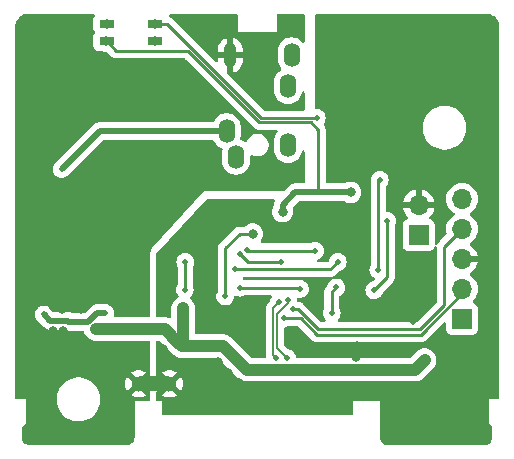
<source format=gbl>
G04 #@! TF.GenerationSoftware,KiCad,Pcbnew,8.0.1*
G04 #@! TF.CreationDate,2024-04-27T09:51:46+09:30*
G04 #@! TF.ProjectId,hawk,6861776b-2e6b-4696-9361-645f70636258,1*
G04 #@! TF.SameCoordinates,Original*
G04 #@! TF.FileFunction,Copper,L2,Bot*
G04 #@! TF.FilePolarity,Positive*
%FSLAX46Y46*%
G04 Gerber Fmt 4.6, Leading zero omitted, Abs format (unit mm)*
G04 Created by KiCad (PCBNEW 8.0.1) date 2024-04-27 09:51:46*
%MOMM*%
%LPD*%
G01*
G04 APERTURE LIST*
G04 #@! TA.AperFunction,EtchedComponent*
%ADD10C,0.000000*%
G04 #@! TD*
G04 #@! TA.AperFunction,ComponentPad*
%ADD11C,1.300000*%
G04 #@! TD*
G04 #@! TA.AperFunction,ComponentPad*
%ADD12R,1.700000X1.700000*%
G04 #@! TD*
G04 #@! TA.AperFunction,ComponentPad*
%ADD13O,1.700000X1.700000*%
G04 #@! TD*
G04 #@! TA.AperFunction,SMDPad,CuDef*
%ADD14R,1.244600X0.660400*%
G04 #@! TD*
G04 #@! TA.AperFunction,ComponentPad*
%ADD15O,1.371600X2.006600*%
G04 #@! TD*
G04 #@! TA.AperFunction,ComponentPad*
%ADD16O,1.100000X2.000000*%
G04 #@! TD*
G04 #@! TA.AperFunction,ViaPad*
%ADD17C,0.800000*%
G04 #@! TD*
G04 #@! TA.AperFunction,ViaPad*
%ADD18C,0.500000*%
G04 #@! TD*
G04 #@! TA.AperFunction,Conductor*
%ADD19C,1.000000*%
G04 #@! TD*
G04 #@! TA.AperFunction,Conductor*
%ADD20C,0.250000*%
G04 #@! TD*
G04 #@! TA.AperFunction,Conductor*
%ADD21C,0.200000*%
G04 #@! TD*
G04 #@! TA.AperFunction,Conductor*
%ADD22C,0.500000*%
G04 #@! TD*
G04 APERTURE END LIST*
D10*
G04 #@! TA.AperFunction,EtchedComponent*
G36*
X141203200Y-113832400D02*
G01*
X138603200Y-113832400D01*
X138603200Y-112532400D01*
X141203200Y-112532400D01*
X141203200Y-113832400D01*
G37*
G04 #@! TD.AperFunction*
D11*
X141203200Y-113182400D03*
X138603200Y-113182400D03*
D12*
X162306000Y-100589000D03*
D13*
X162306000Y-98049000D03*
D14*
X135890000Y-84179001D03*
X139954000Y-84179001D03*
X135890000Y-82698999D03*
X139954000Y-82698999D03*
D12*
X165989000Y-107696000D03*
D13*
X165989000Y-105156000D03*
X165989000Y-102616000D03*
X165989000Y-100076000D03*
X165989000Y-97536000D03*
D15*
X151543299Y-85365251D03*
D16*
X146343299Y-85365251D03*
D15*
X151243300Y-87986900D03*
X146043300Y-91786900D03*
X146843301Y-93986901D03*
X151243300Y-92986900D03*
D17*
X146179500Y-112265500D03*
X152501600Y-98610000D03*
X145290500Y-112265500D03*
X154686000Y-98679000D03*
X157099000Y-109982000D03*
X162712400Y-102920800D03*
X147068500Y-114932500D03*
X156617500Y-98610000D03*
X145290500Y-113154500D03*
X145290500Y-114043500D03*
X140659100Y-110273500D03*
X146179500Y-113154500D03*
X157022800Y-110888157D03*
X146179500Y-114932500D03*
X146179500Y-114043500D03*
X140587201Y-106934000D03*
X145290500Y-114932500D03*
X148252500Y-98776000D03*
X147068500Y-113154500D03*
X152527000Y-113538000D03*
X147068500Y-114043500D03*
D18*
X161290000Y-105791000D03*
D17*
X145290500Y-111376500D03*
D18*
X161848800Y-107950000D03*
D17*
X144121000Y-106804500D03*
X142369500Y-106804500D03*
X162798800Y-111181300D03*
X134969700Y-108542500D03*
X136620700Y-108542500D03*
D18*
X159639000Y-99364800D03*
X158546800Y-105257600D03*
X150926800Y-107629500D03*
X150266400Y-110998000D03*
X150489833Y-106280000D03*
X142494000Y-105206800D03*
X142544800Y-102870000D03*
X153553132Y-101927040D03*
X147777291Y-101843086D03*
X147162051Y-102215149D03*
X150622000Y-102901000D03*
X155448000Y-102870000D03*
X146736800Y-103506000D03*
X147167600Y-105054400D03*
X152247600Y-105156000D03*
X158893750Y-103516750D03*
X159006500Y-95910400D03*
D17*
X129545000Y-108707000D03*
X132082500Y-101557500D03*
X130434000Y-108707000D03*
X133731000Y-98070500D03*
X136620700Y-110267500D03*
X132222000Y-109728000D03*
X138178500Y-104772500D03*
X133699700Y-106878500D03*
X137162500Y-104772500D03*
X132212000Y-110739000D03*
X131323000Y-110739000D03*
X140154700Y-98070500D03*
X132082500Y-106878500D03*
X138178500Y-103756500D03*
X137162500Y-103756500D03*
X131323000Y-108707000D03*
X130434000Y-110739000D03*
X131333000Y-109728000D03*
X135382000Y-98070500D03*
X130444000Y-109728000D03*
X129545000Y-110739000D03*
X134969700Y-110267500D03*
X129555000Y-109728000D03*
X132212000Y-108707000D03*
X133699700Y-101557500D03*
D18*
X151231600Y-106121200D03*
X151179060Y-111007657D03*
D17*
X140004800Y-82702400D03*
D18*
X155321000Y-105029000D03*
X154940000Y-107188000D03*
X153670000Y-90678000D03*
X151638000Y-106885000D03*
X132080000Y-94996000D03*
D17*
X148252500Y-100501000D03*
D18*
X145923000Y-105791000D03*
D17*
X150776600Y-98610000D03*
X135839200Y-84175600D03*
X156548000Y-96977200D03*
D18*
X130556000Y-107315000D03*
X135763000Y-107188000D03*
D17*
X135890000Y-82702400D03*
X140004800Y-84175600D03*
D19*
X140805500Y-108542500D02*
X141961500Y-109698500D01*
X162798800Y-111181300D02*
X161992443Y-111987657D01*
X142369500Y-106804500D02*
X142369500Y-109290500D01*
X161992443Y-111987657D02*
X147735947Y-111987657D01*
X145727790Y-109979500D02*
X142242500Y-109979500D01*
X134969700Y-108542500D02*
X140805500Y-108542500D01*
X142369500Y-109290500D02*
X141961500Y-109698500D01*
X142242500Y-109979500D02*
X141961500Y-109698500D01*
X147735947Y-111987657D02*
X145727790Y-109979500D01*
D20*
X159639000Y-104165400D02*
X159639000Y-99364800D01*
X159639000Y-104165400D02*
X158546800Y-105257600D01*
X153693400Y-109016800D02*
X162509200Y-109016800D01*
X150926800Y-107629500D02*
X152306100Y-107629500D01*
X152306100Y-107629500D02*
X153693400Y-109016800D01*
X162509200Y-109016800D02*
X165989000Y-105537000D01*
D21*
X150012400Y-110744000D02*
X150012400Y-106757433D01*
X150266400Y-110998000D02*
X150012400Y-110744000D01*
X150012400Y-106757433D02*
X150489833Y-106280000D01*
D20*
X142494000Y-105206800D02*
X142544800Y-105156000D01*
X142544800Y-105156000D02*
X142544800Y-102870000D01*
X147839005Y-101904800D02*
X153530892Y-101904800D01*
X147777291Y-101843086D02*
X147839005Y-101904800D01*
X153530892Y-101904800D02*
X153553132Y-101927040D01*
X147847902Y-102901000D02*
X150622000Y-102901000D01*
X147162051Y-102215149D02*
X147847902Y-102901000D01*
X146736800Y-103506000D02*
X154812000Y-103506000D01*
X154812000Y-103506000D02*
X155448000Y-102870000D01*
X152247600Y-105156000D02*
X152146000Y-105054400D01*
X152146000Y-105054400D02*
X147167600Y-105054400D01*
X158893750Y-96023150D02*
X159006500Y-95910400D01*
X158893750Y-103516750D02*
X158893750Y-96023150D01*
D21*
X151231600Y-106121200D02*
X151231600Y-106358477D01*
X151231600Y-106358477D02*
X150339400Y-107250677D01*
X150339400Y-107250677D02*
X150339400Y-110167997D01*
X150339400Y-110167997D02*
X151179060Y-111007657D01*
D20*
X140991999Y-82698999D02*
X139954000Y-82698999D01*
X153670000Y-90678000D02*
X148971000Y-90678000D01*
X154940000Y-107188000D02*
X154940000Y-105410000D01*
D22*
X139954000Y-82698999D02*
X139954000Y-82677000D01*
D20*
X154940000Y-105410000D02*
X155321000Y-105029000D01*
X148971000Y-90678000D02*
X140991999Y-82698999D01*
X164490400Y-101574600D02*
X165989000Y-100076000D01*
X156620136Y-108555000D02*
X162437842Y-108555000D01*
X153747958Y-108538200D02*
X156603336Y-108538200D01*
X151638000Y-106885000D02*
X152094758Y-106885000D01*
X162437842Y-108555000D02*
X164490400Y-106502442D01*
X156603336Y-108538200D02*
X156620136Y-108555000D01*
X164490400Y-106502442D02*
X164490400Y-101574600D01*
X152094758Y-106885000D02*
X153747958Y-108538200D01*
D22*
X135289100Y-91786900D02*
X146043300Y-91786900D01*
X132080000Y-94996000D02*
X135289100Y-91786900D01*
D20*
X142748242Y-84988400D02*
X148818842Y-91059000D01*
D22*
X153797000Y-96959000D02*
X151860500Y-96959000D01*
D20*
X136699399Y-84988400D02*
X142748242Y-84988400D01*
D22*
X156583200Y-96959000D02*
X153797000Y-96959000D01*
D20*
X135890000Y-84179001D02*
X136699399Y-84988400D01*
X148818842Y-91059000D02*
X153162000Y-91059000D01*
X153162000Y-91059000D02*
X153797000Y-91694000D01*
X145923000Y-105791000D02*
X145923000Y-101727000D01*
X153797000Y-91694000D02*
X153797000Y-96959000D01*
D22*
X150778000Y-98041500D02*
X150778000Y-98608600D01*
D20*
X145923000Y-101727000D02*
X147149000Y-100501000D01*
D22*
X151860500Y-96959000D02*
X150778000Y-98041500D01*
D20*
X148209000Y-100457000D02*
X148252500Y-100501000D01*
X147149000Y-100501000D02*
X148252500Y-100501000D01*
D22*
X150778000Y-98608600D02*
X150776600Y-98610000D01*
X131098000Y-107857000D02*
X130556000Y-107315000D01*
X132564082Y-107857000D02*
X131098000Y-107857000D01*
X132657082Y-107950000D02*
X132564082Y-107857000D01*
X135763000Y-107188000D02*
X135083935Y-107188000D01*
X135083935Y-107188000D02*
X134321935Y-107950000D01*
X134321935Y-107950000D02*
X132657082Y-107950000D01*
X135890000Y-82677000D02*
X135890000Y-82698999D01*
G04 #@! TA.AperFunction,Conductor*
G36*
X134830347Y-81896185D02*
G01*
X134876102Y-81948989D01*
X134886046Y-82018147D01*
X134862574Y-82074812D01*
X134823904Y-82126467D01*
X134823902Y-82126470D01*
X134773610Y-82261312D01*
X134773609Y-82261316D01*
X134767200Y-82320926D01*
X134767200Y-82320933D01*
X134767200Y-82320934D01*
X134767200Y-83077069D01*
X134767201Y-83077075D01*
X134773608Y-83136682D01*
X134823902Y-83271527D01*
X134823903Y-83271529D01*
X134893643Y-83364689D01*
X134918060Y-83430153D01*
X134903209Y-83498426D01*
X134893643Y-83513311D01*
X134823903Y-83606470D01*
X134823902Y-83606472D01*
X134773610Y-83741314D01*
X134773609Y-83741318D01*
X134767200Y-83800928D01*
X134767200Y-83800935D01*
X134767200Y-83800936D01*
X134767200Y-84557071D01*
X134767201Y-84557077D01*
X134773608Y-84616684D01*
X134823902Y-84751529D01*
X134823906Y-84751536D01*
X134910152Y-84866745D01*
X134910155Y-84866748D01*
X135025364Y-84952994D01*
X135025371Y-84952998D01*
X135070318Y-84969762D01*
X135160217Y-85003292D01*
X135219827Y-85009701D01*
X135472298Y-85009700D01*
X135522735Y-85020421D01*
X135559394Y-85036743D01*
X135559396Y-85036744D01*
X135651975Y-85056422D01*
X135744554Y-85076100D01*
X135851147Y-85076100D01*
X135918186Y-85095785D01*
X135938828Y-85112419D01*
X136210415Y-85384006D01*
X136210444Y-85384037D01*
X136300663Y-85474256D01*
X136300666Y-85474258D01*
X136351889Y-85508484D01*
X136403113Y-85542712D01*
X136483606Y-85576052D01*
X136516947Y-85589863D01*
X136577370Y-85601881D01*
X136637792Y-85613900D01*
X136637793Y-85613900D01*
X142437790Y-85613900D01*
X142504829Y-85633585D01*
X142525471Y-85650219D01*
X148329858Y-91454606D01*
X148329887Y-91454637D01*
X148420105Y-91544855D01*
X148420113Y-91544861D01*
X148484902Y-91588152D01*
X148484903Y-91588152D01*
X148522557Y-91613312D01*
X148589238Y-91640931D01*
X148589240Y-91640933D01*
X148629482Y-91657601D01*
X148636390Y-91660463D01*
X148696813Y-91672481D01*
X148757235Y-91684500D01*
X148757236Y-91684500D01*
X150251157Y-91684500D01*
X150318196Y-91704185D01*
X150363951Y-91756989D01*
X150373895Y-91826147D01*
X150344870Y-91889703D01*
X150338838Y-91896181D01*
X150338443Y-91896575D01*
X150338442Y-91896576D01*
X150228685Y-92047642D01*
X150143914Y-92214016D01*
X150143913Y-92214018D01*
X150143913Y-92214019D01*
X150132596Y-92248848D01*
X150086210Y-92391610D01*
X150060206Y-92555797D01*
X150057000Y-92576036D01*
X150057000Y-93397764D01*
X150086211Y-93582193D01*
X150143913Y-93759781D01*
X150228685Y-93926157D01*
X150338441Y-94077222D01*
X150470478Y-94209259D01*
X150621543Y-94319015D01*
X150787919Y-94403787D01*
X150965507Y-94461489D01*
X151149936Y-94490700D01*
X151149937Y-94490700D01*
X151336663Y-94490700D01*
X151336664Y-94490700D01*
X151521093Y-94461489D01*
X151698681Y-94403787D01*
X151865057Y-94319015D01*
X152016122Y-94209259D01*
X152148159Y-94077222D01*
X152257915Y-93926157D01*
X152342687Y-93759781D01*
X152400389Y-93582193D01*
X152410027Y-93521342D01*
X152439956Y-93458207D01*
X152499268Y-93421276D01*
X152569130Y-93422274D01*
X152627363Y-93460884D01*
X152655477Y-93524847D01*
X152656500Y-93540740D01*
X152656500Y-96084500D01*
X152636815Y-96151539D01*
X152584011Y-96197294D01*
X152532500Y-96208500D01*
X151786580Y-96208500D01*
X151641592Y-96237340D01*
X151641582Y-96237343D01*
X151505011Y-96293912D01*
X151504998Y-96293919D01*
X151382084Y-96376048D01*
X151382080Y-96376051D01*
X150895951Y-96862181D01*
X150834628Y-96895666D01*
X150808270Y-96898500D01*
X148846500Y-96898500D01*
X144145000Y-96901000D01*
X144144999Y-96901000D01*
X139702500Y-101726999D01*
X139702500Y-101742797D01*
X139682815Y-101809836D01*
X139679603Y-101814590D01*
X139677933Y-101816941D01*
X139618163Y-101947815D01*
X139598476Y-102014860D01*
X139578000Y-102157279D01*
X139578000Y-107418000D01*
X139558315Y-107485039D01*
X139505511Y-107530794D01*
X139454000Y-107542000D01*
X136609010Y-107542000D01*
X136541971Y-107522315D01*
X136496216Y-107469511D01*
X136486272Y-107400353D01*
X136491968Y-107377047D01*
X136499313Y-107356059D01*
X136504659Y-107308599D01*
X136506259Y-107298317D01*
X136513500Y-107261918D01*
X136513500Y-107237108D01*
X136514280Y-107223223D01*
X136516368Y-107204698D01*
X136518249Y-107188000D01*
X136514280Y-107152774D01*
X136513500Y-107138890D01*
X136513500Y-107114081D01*
X136506261Y-107077692D01*
X136504659Y-107067398D01*
X136499313Y-107019941D01*
X136499312Y-107019938D01*
X136491671Y-106998101D01*
X136487094Y-106981332D01*
X136484660Y-106969095D01*
X136484658Y-106969087D01*
X136465766Y-106923477D01*
X136463285Y-106916979D01*
X136460232Y-106908253D01*
X136443456Y-106860310D01*
X136437708Y-106851162D01*
X136428143Y-106832648D01*
X136428084Y-106832505D01*
X136393834Y-106781247D01*
X136391949Y-106778338D01*
X136358134Y-106724522D01*
X136353477Y-106717110D01*
X136233890Y-106597523D01*
X136233889Y-106597522D01*
X136181335Y-106564500D01*
X136172669Y-106559054D01*
X136169760Y-106557169D01*
X136118495Y-106522916D01*
X136118488Y-106522912D01*
X136118340Y-106522851D01*
X136099844Y-106513295D01*
X136090694Y-106507546D01*
X136090691Y-106507544D01*
X136090690Y-106507544D01*
X136034003Y-106487708D01*
X136027532Y-106485238D01*
X135981913Y-106466342D01*
X135981911Y-106466341D01*
X135981910Y-106466341D01*
X135975799Y-106465125D01*
X135969659Y-106463904D01*
X135952902Y-106459330D01*
X135931059Y-106451687D01*
X135931060Y-106451687D01*
X135899794Y-106448163D01*
X135883614Y-106446340D01*
X135873312Y-106444739D01*
X135857028Y-106441500D01*
X135836918Y-106437500D01*
X135836917Y-106437500D01*
X135812110Y-106437500D01*
X135798226Y-106436720D01*
X135763002Y-106432751D01*
X135762998Y-106432751D01*
X135727774Y-106436720D01*
X135713890Y-106437500D01*
X135010017Y-106437500D01*
X134989908Y-106441500D01*
X134989907Y-106441500D01*
X134865030Y-106466338D01*
X134865030Y-106466339D01*
X134865027Y-106466340D01*
X134865023Y-106466341D01*
X134785015Y-106499481D01*
X134785013Y-106499481D01*
X134728441Y-106522915D01*
X134693520Y-106546249D01*
X134605517Y-106605049D01*
X134605516Y-106605050D01*
X134047386Y-107163181D01*
X133986063Y-107196666D01*
X133959705Y-107199500D01*
X132962552Y-107199500D01*
X132915100Y-107190061D01*
X132782999Y-107135343D01*
X132782989Y-107135340D01*
X132638002Y-107106500D01*
X132638000Y-107106500D01*
X131460230Y-107106500D01*
X131393191Y-107086815D01*
X131372549Y-107070181D01*
X131031320Y-106728951D01*
X131031289Y-106728922D01*
X131026888Y-106724521D01*
X130965668Y-106686054D01*
X130962751Y-106684164D01*
X130911491Y-106649913D01*
X130911342Y-106649852D01*
X130892841Y-106640293D01*
X130883691Y-106634544D01*
X130827013Y-106614712D01*
X130820514Y-106612231D01*
X130774915Y-106593343D01*
X130774907Y-106593340D01*
X130762652Y-106590902D01*
X130745902Y-106586330D01*
X130724059Y-106578687D01*
X130724057Y-106578686D01*
X130724055Y-106578686D01*
X130724053Y-106578685D01*
X130676610Y-106573340D01*
X130666303Y-106571737D01*
X130629920Y-106564500D01*
X130629917Y-106564500D01*
X130605110Y-106564500D01*
X130591226Y-106563720D01*
X130556002Y-106559751D01*
X130555998Y-106559751D01*
X130520774Y-106563720D01*
X130506890Y-106564500D01*
X130482079Y-106564500D01*
X130445698Y-106571737D01*
X130435391Y-106573340D01*
X130387946Y-106578685D01*
X130387935Y-106578688D01*
X130366084Y-106586333D01*
X130349336Y-106590905D01*
X130337087Y-106593342D01*
X130337086Y-106593342D01*
X130291478Y-106612233D01*
X130284984Y-106614712D01*
X130228309Y-106634543D01*
X130219154Y-106640296D01*
X130200651Y-106649856D01*
X130200508Y-106649914D01*
X130200503Y-106649917D01*
X130149253Y-106684160D01*
X130146339Y-106686049D01*
X130085111Y-106724522D01*
X130085110Y-106724523D01*
X130077587Y-106732045D01*
X130077586Y-106732045D01*
X129973045Y-106836586D01*
X129973045Y-106836587D01*
X129967326Y-106842307D01*
X129965522Y-106844111D01*
X129927049Y-106905339D01*
X129925160Y-106908253D01*
X129890917Y-106959503D01*
X129890914Y-106959508D01*
X129890856Y-106959651D01*
X129881296Y-106978154D01*
X129875543Y-106987309D01*
X129855712Y-107043984D01*
X129853233Y-107050478D01*
X129834342Y-107096086D01*
X129834342Y-107096087D01*
X129831905Y-107108336D01*
X129827333Y-107125084D01*
X129819688Y-107146935D01*
X129819685Y-107146946D01*
X129814340Y-107194391D01*
X129812737Y-107204698D01*
X129805500Y-107241079D01*
X129805500Y-107265890D01*
X129804720Y-107279774D01*
X129800751Y-107314997D01*
X129800751Y-107315000D01*
X129804720Y-107350223D01*
X129805500Y-107364108D01*
X129805500Y-107388921D01*
X129812737Y-107425303D01*
X129814340Y-107435610D01*
X129819685Y-107483053D01*
X129819686Y-107483055D01*
X129827330Y-107504902D01*
X129831902Y-107521652D01*
X129834340Y-107533907D01*
X129834343Y-107533915D01*
X129853231Y-107579514D01*
X129855712Y-107586013D01*
X129875544Y-107642691D01*
X129881293Y-107651841D01*
X129890852Y-107670342D01*
X129890913Y-107670491D01*
X129925164Y-107721751D01*
X129927054Y-107724668D01*
X129965521Y-107785888D01*
X129969922Y-107790289D01*
X129969951Y-107790320D01*
X130619584Y-108439952D01*
X130619586Y-108439954D01*
X130649058Y-108459645D01*
X130693268Y-108489184D01*
X130693270Y-108489187D01*
X130693271Y-108489187D01*
X130742499Y-108522081D01*
X130742501Y-108522082D01*
X130742503Y-108522083D01*
X130742505Y-108522084D01*
X130768741Y-108532951D01*
X130768742Y-108532952D01*
X130768743Y-108532952D01*
X130879088Y-108578659D01*
X130995241Y-108601763D01*
X131014468Y-108605587D01*
X131024081Y-108607500D01*
X131024082Y-108607500D01*
X131024083Y-108607500D01*
X131171918Y-108607500D01*
X132258612Y-108607500D01*
X132306064Y-108616939D01*
X132438164Y-108671656D01*
X132438169Y-108671658D01*
X132438173Y-108671658D01*
X132438174Y-108671659D01*
X132583161Y-108700500D01*
X132583164Y-108700500D01*
X132583165Y-108700500D01*
X132731000Y-108700500D01*
X133879263Y-108700500D01*
X133946302Y-108720185D01*
X133992057Y-108772989D01*
X134000880Y-108800308D01*
X134007647Y-108834329D01*
X134007650Y-108834339D01*
X134083064Y-109016407D01*
X134083071Y-109016420D01*
X134192560Y-109180281D01*
X134192563Y-109180285D01*
X134331914Y-109319636D01*
X134331918Y-109319639D01*
X134495779Y-109429128D01*
X134495792Y-109429135D01*
X134677860Y-109504549D01*
X134677865Y-109504551D01*
X134677869Y-109504551D01*
X134677870Y-109504552D01*
X134871156Y-109543000D01*
X134871159Y-109543000D01*
X139454000Y-109543000D01*
X139521039Y-109562685D01*
X139566794Y-109615489D01*
X139578000Y-109667000D01*
X139578000Y-112440054D01*
X139583013Y-112480142D01*
X139583935Y-112487509D01*
X139572721Y-112556473D01*
X139548574Y-112590577D01*
X139003200Y-113135951D01*
X139003200Y-113129739D01*
X138975941Y-113028006D01*
X138923280Y-112936794D01*
X138848806Y-112862320D01*
X138757594Y-112809659D01*
X138655861Y-112782400D01*
X138649648Y-112782400D01*
X139220207Y-112211839D01*
X139117993Y-112148551D01*
X139117989Y-112148549D01*
X138919263Y-112071563D01*
X138919258Y-112071562D01*
X138709761Y-112032400D01*
X138496639Y-112032400D01*
X138287141Y-112071562D01*
X138287136Y-112071563D01*
X138088410Y-112148549D01*
X138088401Y-112148554D01*
X137986192Y-112211838D01*
X137986191Y-112211839D01*
X138556753Y-112782400D01*
X138550539Y-112782400D01*
X138448806Y-112809659D01*
X138357594Y-112862320D01*
X138283120Y-112936794D01*
X138230459Y-113028006D01*
X138203200Y-113129739D01*
X138203200Y-113135952D01*
X137630036Y-112562788D01*
X137621259Y-112574410D01*
X137526266Y-112765183D01*
X137526258Y-112765203D01*
X137467938Y-112970180D01*
X137467937Y-112970183D01*
X137448273Y-113182399D01*
X137448273Y-113182400D01*
X137467937Y-113394616D01*
X137467938Y-113394619D01*
X137526258Y-113599596D01*
X137526264Y-113599611D01*
X137621261Y-113790391D01*
X137621264Y-113790396D01*
X137630036Y-113802010D01*
X138203200Y-113228846D01*
X138203200Y-113235061D01*
X138230459Y-113336794D01*
X138283120Y-113428006D01*
X138357594Y-113502480D01*
X138448806Y-113555141D01*
X138550539Y-113582400D01*
X138556753Y-113582400D01*
X137986191Y-114152959D01*
X138088404Y-114216247D01*
X138088408Y-114216249D01*
X138287136Y-114293236D01*
X138287141Y-114293237D01*
X138496639Y-114332400D01*
X138709761Y-114332400D01*
X138919258Y-114293237D01*
X138919263Y-114293236D01*
X139117991Y-114216249D01*
X139117998Y-114216246D01*
X139220206Y-114152960D01*
X139220206Y-114152959D01*
X138649648Y-113582400D01*
X138655861Y-113582400D01*
X138757594Y-113555141D01*
X138848806Y-113502480D01*
X138923280Y-113428006D01*
X138975941Y-113336794D01*
X139003200Y-113235061D01*
X139003200Y-113228847D01*
X139549332Y-113774979D01*
X139582817Y-113836302D01*
X139584389Y-113880306D01*
X139578000Y-113924743D01*
X139578000Y-114502500D01*
X139558315Y-114569539D01*
X139505511Y-114615294D01*
X139454000Y-114626500D01*
X138258000Y-114626500D01*
X138245547Y-117739534D01*
X138243163Y-117763239D01*
X138202715Y-117966500D01*
X138184188Y-118011211D01*
X138076092Y-118172916D01*
X138041916Y-118207092D01*
X137880211Y-118315188D01*
X137835500Y-118333715D01*
X137632485Y-118374115D01*
X137608284Y-118376500D01*
X129266327Y-118376500D01*
X129234228Y-118372273D01*
X129032090Y-118318100D01*
X128976508Y-118286008D01*
X128840491Y-118149991D01*
X128808400Y-118094410D01*
X128754227Y-117892272D01*
X128750000Y-117860173D01*
X128750000Y-116838521D01*
X128769685Y-116771482D01*
X128783875Y-116753353D01*
X129045500Y-116476500D01*
X129045500Y-114621288D01*
X131649500Y-114621288D01*
X131681161Y-114861785D01*
X131743947Y-115096104D01*
X131758816Y-115132000D01*
X131836776Y-115320212D01*
X131958064Y-115530289D01*
X131958066Y-115530292D01*
X131958067Y-115530293D01*
X132105733Y-115722736D01*
X132105739Y-115722743D01*
X132277256Y-115894260D01*
X132277262Y-115894265D01*
X132469711Y-116041936D01*
X132679788Y-116163224D01*
X132903900Y-116256054D01*
X133138211Y-116318838D01*
X133318586Y-116342584D01*
X133378711Y-116350500D01*
X133378712Y-116350500D01*
X133621289Y-116350500D01*
X133669388Y-116344167D01*
X133861789Y-116318838D01*
X134096100Y-116256054D01*
X134320212Y-116163224D01*
X134530289Y-116041936D01*
X134722738Y-115894265D01*
X134894265Y-115722738D01*
X135041936Y-115530289D01*
X135163224Y-115320212D01*
X135256054Y-115096100D01*
X135318838Y-114861789D01*
X135350500Y-114621288D01*
X135350500Y-114378712D01*
X135318838Y-114138211D01*
X135256054Y-113903900D01*
X135163224Y-113679788D01*
X135041936Y-113469711D01*
X134945037Y-113343430D01*
X134894266Y-113277263D01*
X134894260Y-113277256D01*
X134722743Y-113105739D01*
X134722736Y-113105733D01*
X134530293Y-112958067D01*
X134530292Y-112958066D01*
X134530289Y-112958064D01*
X134320212Y-112836776D01*
X134254746Y-112809659D01*
X134096104Y-112743947D01*
X133861785Y-112681161D01*
X133621289Y-112649500D01*
X133621288Y-112649500D01*
X133378712Y-112649500D01*
X133378711Y-112649500D01*
X133138214Y-112681161D01*
X132903895Y-112743947D01*
X132679794Y-112836773D01*
X132679785Y-112836777D01*
X132469706Y-112958067D01*
X132277263Y-113105733D01*
X132277256Y-113105739D01*
X132105739Y-113277256D01*
X132105733Y-113277263D01*
X131958067Y-113469706D01*
X131836777Y-113679785D01*
X131836773Y-113679794D01*
X131743947Y-113903895D01*
X131681161Y-114138214D01*
X131649500Y-114378711D01*
X131649500Y-114621288D01*
X129045500Y-114621288D01*
X129045500Y-114476500D01*
X128269500Y-114476500D01*
X128202461Y-114456815D01*
X128156706Y-114404011D01*
X128145500Y-114352500D01*
X128145500Y-94996000D01*
X131324751Y-94996000D01*
X131328720Y-95031223D01*
X131329500Y-95045108D01*
X131329500Y-95069921D01*
X131336737Y-95106303D01*
X131338340Y-95116610D01*
X131343685Y-95164053D01*
X131343686Y-95164055D01*
X131351330Y-95185902D01*
X131355902Y-95202652D01*
X131358340Y-95214907D01*
X131358343Y-95214915D01*
X131377231Y-95260514D01*
X131379712Y-95267013D01*
X131399544Y-95323691D01*
X131405293Y-95332841D01*
X131414852Y-95351342D01*
X131414913Y-95351491D01*
X131449164Y-95402751D01*
X131451054Y-95405668D01*
X131489521Y-95466888D01*
X131493922Y-95471289D01*
X131493951Y-95471320D01*
X131605903Y-95583272D01*
X131605925Y-95583292D01*
X131609110Y-95586477D01*
X131609112Y-95586478D01*
X131670329Y-95624943D01*
X131673238Y-95626828D01*
X131724506Y-95661084D01*
X131724638Y-95661138D01*
X131743163Y-95670708D01*
X131752310Y-95676456D01*
X131809028Y-95696301D01*
X131815464Y-95698759D01*
X131861088Y-95717658D01*
X131869866Y-95719404D01*
X131873339Y-95720095D01*
X131890104Y-95724672D01*
X131911935Y-95732311D01*
X131911941Y-95732313D01*
X131959404Y-95737660D01*
X131969693Y-95739261D01*
X132006079Y-95746500D01*
X132006083Y-95746500D01*
X132030890Y-95746500D01*
X132044774Y-95747280D01*
X132079998Y-95751249D01*
X132080000Y-95751249D01*
X132080002Y-95751249D01*
X132115226Y-95747280D01*
X132129110Y-95746500D01*
X132153912Y-95746500D01*
X132153917Y-95746500D01*
X132190320Y-95739257D01*
X132200590Y-95737660D01*
X132248059Y-95732313D01*
X132269906Y-95724667D01*
X132286664Y-95720093D01*
X132298912Y-95717658D01*
X132344547Y-95698753D01*
X132350987Y-95696295D01*
X132407690Y-95676456D01*
X132416838Y-95670706D01*
X132435355Y-95661141D01*
X132435494Y-95661084D01*
X132486799Y-95626802D01*
X132489617Y-95624976D01*
X132550890Y-95586477D01*
X132551335Y-95586031D01*
X132551349Y-95586021D01*
X132551348Y-95586020D01*
X135563649Y-92573719D01*
X135624972Y-92540234D01*
X135651330Y-92537400D01*
X144856521Y-92537400D01*
X144923560Y-92557085D01*
X144967006Y-92605105D01*
X145020496Y-92710086D01*
X145028685Y-92726157D01*
X145138441Y-92877222D01*
X145270478Y-93009259D01*
X145421543Y-93119015D01*
X145587919Y-93203787D01*
X145614094Y-93212291D01*
X145671768Y-93251728D01*
X145698967Y-93316087D01*
X145693707Y-93368538D01*
X145686212Y-93391606D01*
X145657001Y-93576037D01*
X145657001Y-94397765D01*
X145657955Y-94403787D01*
X145677170Y-94525110D01*
X145686212Y-94582194D01*
X145743914Y-94759782D01*
X145828686Y-94926158D01*
X145938442Y-95077223D01*
X146070479Y-95209260D01*
X146221544Y-95319016D01*
X146387920Y-95403788D01*
X146565508Y-95461490D01*
X146749937Y-95490701D01*
X146749938Y-95490701D01*
X146936664Y-95490701D01*
X146936665Y-95490701D01*
X147121094Y-95461490D01*
X147298682Y-95403788D01*
X147465058Y-95319016D01*
X147616123Y-95209260D01*
X147748160Y-95077223D01*
X147857916Y-94926158D01*
X147942688Y-94759782D01*
X148000390Y-94582194D01*
X148029601Y-94397765D01*
X148029601Y-93945467D01*
X148049286Y-93878428D01*
X148102090Y-93832673D01*
X148171248Y-93822729D01*
X148201053Y-93830905D01*
X148366487Y-93899431D01*
X148500850Y-93926157D01*
X148549827Y-93935899D01*
X148549831Y-93935900D01*
X148549832Y-93935900D01*
X148736769Y-93935900D01*
X148736770Y-93935899D01*
X148920113Y-93899431D01*
X149092820Y-93827893D01*
X149248252Y-93724037D01*
X149380437Y-93591852D01*
X149484293Y-93436420D01*
X149555831Y-93263713D01*
X149592300Y-93080368D01*
X149592300Y-92893432D01*
X149555831Y-92710087D01*
X149484293Y-92537380D01*
X149484292Y-92537379D01*
X149484289Y-92537373D01*
X149380437Y-92381948D01*
X149380434Y-92381944D01*
X149248255Y-92249765D01*
X149248251Y-92249762D01*
X149092826Y-92145910D01*
X149092817Y-92145905D01*
X148920113Y-92074369D01*
X148920105Y-92074367D01*
X148736772Y-92037900D01*
X148736768Y-92037900D01*
X148549832Y-92037900D01*
X148549827Y-92037900D01*
X148366494Y-92074367D01*
X148366486Y-92074369D01*
X148193782Y-92145905D01*
X148193773Y-92145910D01*
X148038348Y-92249762D01*
X148038344Y-92249765D01*
X147906165Y-92381944D01*
X147906162Y-92381948D01*
X147802310Y-92537373D01*
X147802307Y-92537379D01*
X147747103Y-92670652D01*
X147703261Y-92725055D01*
X147636967Y-92747119D01*
X147569268Y-92729839D01*
X147559656Y-92723516D01*
X147465058Y-92654786D01*
X147298686Y-92570015D01*
X147289640Y-92567076D01*
X147272503Y-92561507D01*
X147214830Y-92522071D01*
X147187632Y-92457712D01*
X147192893Y-92405260D01*
X147200389Y-92382193D01*
X147229600Y-92197764D01*
X147229600Y-91376036D01*
X147200389Y-91191607D01*
X147142687Y-91014019D01*
X147057915Y-90847643D01*
X146948159Y-90696578D01*
X146816122Y-90564541D01*
X146665057Y-90454785D01*
X146498681Y-90370013D01*
X146321093Y-90312311D01*
X146321091Y-90312310D01*
X146321089Y-90312310D01*
X146187268Y-90291115D01*
X146136664Y-90283100D01*
X145949936Y-90283100D01*
X145907183Y-90289871D01*
X145765510Y-90312310D01*
X145587916Y-90370014D01*
X145421542Y-90454785D01*
X145270476Y-90564542D01*
X145138442Y-90696576D01*
X145028685Y-90847642D01*
X144967006Y-90968695D01*
X144919031Y-91019491D01*
X144856521Y-91036400D01*
X135215176Y-91036400D01*
X135186342Y-91042134D01*
X135186343Y-91042135D01*
X135070193Y-91065239D01*
X135070189Y-91065240D01*
X134998820Y-91094803D01*
X134933606Y-91121815D01*
X134933600Y-91121818D01*
X134924520Y-91127886D01*
X134924518Y-91127888D01*
X134810679Y-91203951D01*
X134810678Y-91203952D01*
X131497048Y-94517584D01*
X131497045Y-94517586D01*
X131497045Y-94517587D01*
X131489523Y-94525110D01*
X131489522Y-94525111D01*
X131451049Y-94586339D01*
X131449160Y-94589253D01*
X131414917Y-94640503D01*
X131414914Y-94640508D01*
X131414856Y-94640651D01*
X131405296Y-94659154D01*
X131399543Y-94668309D01*
X131379712Y-94724984D01*
X131377233Y-94731478D01*
X131358342Y-94777086D01*
X131358342Y-94777087D01*
X131355905Y-94789336D01*
X131351333Y-94806084D01*
X131343688Y-94827935D01*
X131343685Y-94827946D01*
X131338340Y-94875391D01*
X131336737Y-94885698D01*
X131329500Y-94922079D01*
X131329500Y-94946890D01*
X131328720Y-94960774D01*
X131324751Y-94995997D01*
X131324751Y-94996000D01*
X128145500Y-94996000D01*
X128145500Y-82884630D01*
X128146563Y-82868432D01*
X128177469Y-82633871D01*
X128185841Y-82602630D01*
X128273255Y-82391577D01*
X128289429Y-82363558D01*
X128428463Y-82182350D01*
X128451350Y-82159463D01*
X128632558Y-82020429D01*
X128660577Y-82004255D01*
X128871630Y-81916841D01*
X128902871Y-81908469D01*
X129137432Y-81877562D01*
X129153630Y-81876500D01*
X134763308Y-81876500D01*
X134830347Y-81896185D01*
G37*
G04 #@! TD.AperFunction*
G04 #@! TA.AperFunction,Conductor*
G36*
X146919339Y-81896185D02*
G01*
X146965094Y-81948989D01*
X146976300Y-82000500D01*
X146976300Y-83439000D01*
X150276300Y-83439000D01*
X150276300Y-82000500D01*
X150295985Y-81933461D01*
X150348789Y-81887706D01*
X150400300Y-81876500D01*
X152532500Y-81876500D01*
X152599539Y-81896185D01*
X152645294Y-81948989D01*
X152656500Y-82000500D01*
X152656500Y-84183909D01*
X152636815Y-84250948D01*
X152584011Y-84296703D01*
X152514853Y-84306647D01*
X152451297Y-84277622D01*
X152444819Y-84271590D01*
X152316122Y-84142893D01*
X152165056Y-84033136D01*
X151998682Y-83948365D01*
X151998681Y-83948364D01*
X151998680Y-83948364D01*
X151821092Y-83890662D01*
X151821090Y-83890661D01*
X151821088Y-83890661D01*
X151692317Y-83870265D01*
X151636663Y-83861451D01*
X151449935Y-83861451D01*
X151407182Y-83868222D01*
X151265509Y-83890661D01*
X151087915Y-83948365D01*
X150921541Y-84033136D01*
X150770475Y-84142893D01*
X150638441Y-84274927D01*
X150528684Y-84425993D01*
X150443913Y-84592367D01*
X150386209Y-84769961D01*
X150356999Y-84954387D01*
X150356999Y-85776114D01*
X150382971Y-85940099D01*
X150386210Y-85960544D01*
X150443912Y-86138132D01*
X150528684Y-86304508D01*
X150616537Y-86425427D01*
X150638441Y-86455574D01*
X150644315Y-86461448D01*
X150677800Y-86522771D01*
X150672816Y-86592463D01*
X150630944Y-86648396D01*
X150621693Y-86654675D01*
X150470476Y-86764542D01*
X150338442Y-86896576D01*
X150228685Y-87047642D01*
X150143914Y-87214016D01*
X150086210Y-87391610D01*
X150060206Y-87555797D01*
X150057000Y-87576036D01*
X150057000Y-88397764D01*
X150086211Y-88582193D01*
X150143913Y-88759781D01*
X150228685Y-88926157D01*
X150338441Y-89077222D01*
X150470478Y-89209259D01*
X150621543Y-89319015D01*
X150787919Y-89403787D01*
X150965507Y-89461489D01*
X151149936Y-89490700D01*
X151149937Y-89490700D01*
X151336663Y-89490700D01*
X151336664Y-89490700D01*
X151521093Y-89461489D01*
X151698681Y-89403787D01*
X151865057Y-89319015D01*
X152016122Y-89209259D01*
X152148159Y-89077222D01*
X152257915Y-88926157D01*
X152342687Y-88759781D01*
X152400389Y-88582193D01*
X152410027Y-88521342D01*
X152439956Y-88458207D01*
X152499268Y-88421276D01*
X152569130Y-88422274D01*
X152627363Y-88460884D01*
X152655477Y-88524847D01*
X152656500Y-88540740D01*
X152656500Y-89928500D01*
X152636815Y-89995539D01*
X152584011Y-90041294D01*
X152532500Y-90052500D01*
X149281453Y-90052500D01*
X149214414Y-90032815D01*
X149193772Y-90016181D01*
X146129618Y-86952027D01*
X146096133Y-86890704D01*
X146093299Y-86864346D01*
X146093299Y-85862579D01*
X146138499Y-85862579D01*
X146159271Y-85940099D01*
X146199398Y-86009603D01*
X146256147Y-86066352D01*
X146325651Y-86106479D01*
X146403171Y-86127251D01*
X146483427Y-86127251D01*
X146560947Y-86106479D01*
X146593299Y-86087801D01*
X146593299Y-86836093D01*
X146649573Y-86824900D01*
X146649575Y-86824899D01*
X146840657Y-86745750D01*
X146840667Y-86745745D01*
X147012634Y-86630840D01*
X147012638Y-86630837D01*
X147158885Y-86484590D01*
X147158888Y-86484586D01*
X147273793Y-86312619D01*
X147273798Y-86312609D01*
X147352948Y-86121525D01*
X147352950Y-86121517D01*
X147393298Y-85918671D01*
X147393299Y-85918668D01*
X147393299Y-85615251D01*
X146748099Y-85615251D01*
X146748099Y-85115251D01*
X147393299Y-85115251D01*
X147393299Y-84811834D01*
X147393298Y-84811830D01*
X147352950Y-84608984D01*
X147352948Y-84608976D01*
X147273798Y-84417892D01*
X147273793Y-84417882D01*
X147158888Y-84245915D01*
X147158885Y-84245911D01*
X147012638Y-84099664D01*
X147012634Y-84099661D01*
X146840667Y-83984756D01*
X146840657Y-83984751D01*
X146649571Y-83905600D01*
X146649566Y-83905598D01*
X146593299Y-83894406D01*
X146593299Y-84642700D01*
X146560947Y-84624023D01*
X146483427Y-84603251D01*
X146403171Y-84603251D01*
X146325651Y-84624023D01*
X146256147Y-84664150D01*
X146199398Y-84720899D01*
X146159271Y-84790403D01*
X146138499Y-84867923D01*
X146138499Y-85862579D01*
X146093299Y-85862579D01*
X146093299Y-85615251D01*
X145293299Y-85615251D01*
X145293299Y-85816346D01*
X145273614Y-85883385D01*
X145220810Y-85929140D01*
X145151652Y-85939084D01*
X145088096Y-85910059D01*
X145081618Y-85904027D01*
X144292842Y-85115251D01*
X145293299Y-85115251D01*
X146093299Y-85115251D01*
X146093299Y-83894407D01*
X146093298Y-83894406D01*
X146037031Y-83905598D01*
X146037026Y-83905600D01*
X145845940Y-83984751D01*
X145845930Y-83984756D01*
X145673963Y-84099661D01*
X145673959Y-84099664D01*
X145527712Y-84245911D01*
X145527709Y-84245915D01*
X145412804Y-84417882D01*
X145412799Y-84417892D01*
X145333649Y-84608976D01*
X145333647Y-84608984D01*
X145293299Y-84811830D01*
X145293299Y-85115251D01*
X144292842Y-85115251D01*
X141484927Y-82307337D01*
X141484924Y-82307333D01*
X141484924Y-82307334D01*
X141477857Y-82300267D01*
X141477857Y-82300266D01*
X141390732Y-82213141D01*
X141390731Y-82213140D01*
X141390730Y-82213139D01*
X141339508Y-82178914D01*
X141288286Y-82144688D01*
X141288287Y-82144688D01*
X141288285Y-82144687D01*
X141266818Y-82135795D01*
X141216761Y-82115061D01*
X141162358Y-82071220D01*
X141140293Y-82004926D01*
X141157572Y-81937227D01*
X141208709Y-81889616D01*
X141264214Y-81876500D01*
X146852300Y-81876500D01*
X146919339Y-81896185D01*
G37*
G04 #@! TD.AperFunction*
G04 #@! TA.AperFunction,Conductor*
G36*
X168153567Y-81877562D02*
G01*
X168388126Y-81908468D01*
X168419371Y-81916842D01*
X168630419Y-82004253D01*
X168658444Y-82020431D01*
X168839644Y-82159459D01*
X168862539Y-82182354D01*
X169001566Y-82363553D01*
X169017747Y-82391583D01*
X169105156Y-82602625D01*
X169113531Y-82633875D01*
X169144437Y-82868431D01*
X169145500Y-82884630D01*
X169145500Y-114352500D01*
X169125815Y-114419539D01*
X169073011Y-114465294D01*
X169021500Y-114476500D01*
X168245500Y-114476500D01*
X168245500Y-116476500D01*
X168472174Y-116755010D01*
X168499224Y-116819429D01*
X168500000Y-116833282D01*
X168500000Y-117860173D01*
X168495773Y-117892272D01*
X168441600Y-118094409D01*
X168409508Y-118149991D01*
X168273491Y-118286008D01*
X168217909Y-118318100D01*
X168015772Y-118372273D01*
X167983673Y-118376500D01*
X159682716Y-118376500D01*
X159658515Y-118374115D01*
X159455499Y-118333715D01*
X159410788Y-118315188D01*
X159249083Y-118207092D01*
X159214907Y-118172916D01*
X159106811Y-118011211D01*
X159088284Y-117966500D01*
X159070374Y-117876500D01*
X159047885Y-117763485D01*
X159045500Y-117739284D01*
X159045500Y-114626500D01*
X156755500Y-114626500D01*
X156755500Y-115697500D01*
X156735815Y-115764539D01*
X156683011Y-115810294D01*
X156631500Y-115821500D01*
X140659500Y-115821500D01*
X140592461Y-115801815D01*
X140546706Y-115749011D01*
X140535500Y-115697500D01*
X140535500Y-114626500D01*
X140207500Y-114626500D01*
X140140461Y-114606815D01*
X140094706Y-114554011D01*
X140083500Y-114502500D01*
X140083500Y-113924744D01*
X140103185Y-113857705D01*
X140155989Y-113811950D01*
X140216085Y-113801042D01*
X140230036Y-113802010D01*
X140803200Y-113228846D01*
X140803200Y-113235061D01*
X140830459Y-113336794D01*
X140883120Y-113428006D01*
X140957594Y-113502480D01*
X141048806Y-113555141D01*
X141150539Y-113582400D01*
X141156753Y-113582400D01*
X140586191Y-114152959D01*
X140688404Y-114216247D01*
X140688408Y-114216249D01*
X140887136Y-114293236D01*
X140887141Y-114293237D01*
X141096639Y-114332400D01*
X141309761Y-114332400D01*
X141519258Y-114293237D01*
X141519263Y-114293236D01*
X141717991Y-114216249D01*
X141717998Y-114216246D01*
X141820206Y-114152960D01*
X141820206Y-114152959D01*
X141249648Y-113582400D01*
X141255861Y-113582400D01*
X141357594Y-113555141D01*
X141448806Y-113502480D01*
X141523280Y-113428006D01*
X141575941Y-113336794D01*
X141603200Y-113235061D01*
X141603200Y-113228847D01*
X142176362Y-113802009D01*
X142176363Y-113802009D01*
X142185140Y-113790388D01*
X142185142Y-113790385D01*
X142280133Y-113599616D01*
X142280141Y-113599596D01*
X142338461Y-113394619D01*
X142338462Y-113394616D01*
X142358127Y-113182400D01*
X142358127Y-113182399D01*
X142338462Y-112970183D01*
X142338461Y-112970180D01*
X142280141Y-112765203D01*
X142280133Y-112765183D01*
X142185142Y-112574414D01*
X142185137Y-112574406D01*
X142176363Y-112562789D01*
X142176362Y-112562789D01*
X141603200Y-113135951D01*
X141603200Y-113129739D01*
X141575941Y-113028006D01*
X141523280Y-112936794D01*
X141448806Y-112862320D01*
X141357594Y-112809659D01*
X141255861Y-112782400D01*
X141249648Y-112782400D01*
X141820207Y-112211839D01*
X141717993Y-112148551D01*
X141717989Y-112148549D01*
X141519263Y-112071563D01*
X141519258Y-112071562D01*
X141309761Y-112032400D01*
X141096639Y-112032400D01*
X140887141Y-112071562D01*
X140887136Y-112071563D01*
X140688410Y-112148549D01*
X140688401Y-112148554D01*
X140586192Y-112211838D01*
X140586191Y-112211839D01*
X141156753Y-112782400D01*
X141150539Y-112782400D01*
X141048806Y-112809659D01*
X140957594Y-112862320D01*
X140883120Y-112936794D01*
X140830459Y-113028006D01*
X140803200Y-113129739D01*
X140803200Y-113135952D01*
X140230035Y-112562787D01*
X140216085Y-112563756D01*
X140147844Y-112548761D01*
X140098543Y-112499251D01*
X140083500Y-112440054D01*
X140083500Y-109667000D01*
X140103185Y-109599961D01*
X140155989Y-109554206D01*
X140207500Y-109543000D01*
X140339718Y-109543000D01*
X140406757Y-109562685D01*
X140427399Y-109579319D01*
X141462235Y-110614155D01*
X141462264Y-110614186D01*
X141604717Y-110756639D01*
X141768580Y-110866128D01*
X141768586Y-110866132D01*
X141768588Y-110866133D01*
X141768592Y-110866135D01*
X141824913Y-110889463D01*
X141896082Y-110918942D01*
X141950664Y-110941551D01*
X142047312Y-110960775D01*
X142080979Y-110967472D01*
X142143958Y-110980000D01*
X142143959Y-110980000D01*
X142143960Y-110980000D01*
X142341040Y-110980000D01*
X145262008Y-110980000D01*
X145329047Y-110999685D01*
X145349689Y-111016319D01*
X146955682Y-112622312D01*
X146955711Y-112622343D01*
X147098161Y-112764793D01*
X147098165Y-112764796D01*
X147262026Y-112874285D01*
X147262039Y-112874292D01*
X147390780Y-112927618D01*
X147433691Y-112945392D01*
X147444111Y-112949708D01*
X147540759Y-112968932D01*
X147589082Y-112978544D01*
X147637405Y-112988157D01*
X147637406Y-112988157D01*
X162090985Y-112988157D01*
X162110313Y-112984312D01*
X162187631Y-112968932D01*
X162284279Y-112949708D01*
X162337608Y-112927618D01*
X162466357Y-112874289D01*
X162630225Y-112764796D01*
X162769582Y-112625439D01*
X162769583Y-112625436D01*
X162776649Y-112618371D01*
X162776651Y-112618367D01*
X163575939Y-111819081D01*
X163685431Y-111655214D01*
X163760851Y-111473136D01*
X163799300Y-111279840D01*
X163799300Y-111082760D01*
X163799300Y-111082757D01*
X163799299Y-111082755D01*
X163780109Y-110986280D01*
X163760851Y-110889464D01*
X163685431Y-110707386D01*
X163685429Y-110707383D01*
X163685427Y-110707379D01*
X163575939Y-110543519D01*
X163575936Y-110543515D01*
X163436584Y-110404163D01*
X163436580Y-110404160D01*
X163272720Y-110294672D01*
X163272710Y-110294667D01*
X163090636Y-110219249D01*
X163090628Y-110219247D01*
X162897343Y-110180800D01*
X162897340Y-110180800D01*
X162700260Y-110180800D01*
X162700257Y-110180800D01*
X162506971Y-110219247D01*
X162506963Y-110219249D01*
X162324889Y-110294667D01*
X162324879Y-110294672D01*
X162161019Y-110404160D01*
X162161015Y-110404163D01*
X161614342Y-110950838D01*
X161553019Y-110984323D01*
X161526661Y-110987157D01*
X152042812Y-110987157D01*
X151975773Y-110967472D01*
X151930018Y-110914668D01*
X151919592Y-110877039D01*
X151915374Y-110839601D01*
X151909584Y-110823054D01*
X151859516Y-110679967D01*
X151859515Y-110679966D01*
X151859514Y-110679962D01*
X151859512Y-110679959D01*
X151769541Y-110536772D01*
X151769536Y-110536766D01*
X151649950Y-110417180D01*
X151649944Y-110417175D01*
X151506757Y-110327204D01*
X151506752Y-110327201D01*
X151400329Y-110289963D01*
X151347119Y-110271344D01*
X151334808Y-110269956D01*
X151328093Y-110269200D01*
X151263680Y-110242131D01*
X151254300Y-110233661D01*
X150976219Y-109955580D01*
X150942734Y-109894257D01*
X150939900Y-109867899D01*
X150939900Y-108494085D01*
X150959585Y-108427046D01*
X151012389Y-108381291D01*
X151050012Y-108370865D01*
X151094859Y-108365813D01*
X151254490Y-108309956D01*
X151311704Y-108274005D01*
X151377676Y-108255000D01*
X151995648Y-108255000D01*
X152062687Y-108274685D01*
X152083328Y-108291318D01*
X153207541Y-109415532D01*
X153207542Y-109415533D01*
X153294666Y-109502657D01*
X153294669Y-109502660D01*
X153294671Y-109502661D01*
X153355042Y-109543000D01*
X153355044Y-109543001D01*
X153397105Y-109571106D01*
X153397116Y-109571112D01*
X153416930Y-109579319D01*
X153510948Y-109618263D01*
X153631788Y-109642299D01*
X153631792Y-109642300D01*
X153631793Y-109642300D01*
X162570807Y-109642300D01*
X162631229Y-109630281D01*
X162691652Y-109618263D01*
X162735839Y-109599960D01*
X162805486Y-109571112D01*
X162856709Y-109536884D01*
X162907933Y-109502658D01*
X162995058Y-109415533D01*
X162995058Y-109415531D01*
X163005266Y-109405324D01*
X163005268Y-109405321D01*
X164426821Y-107983767D01*
X164488142Y-107950284D01*
X164557834Y-107955268D01*
X164613767Y-107997140D01*
X164638184Y-108062604D01*
X164638500Y-108071450D01*
X164638500Y-108593870D01*
X164638501Y-108593876D01*
X164644908Y-108653483D01*
X164695202Y-108788328D01*
X164695206Y-108788335D01*
X164781452Y-108903544D01*
X164781455Y-108903547D01*
X164896664Y-108989793D01*
X164896671Y-108989797D01*
X165031517Y-109040091D01*
X165031516Y-109040091D01*
X165038444Y-109040835D01*
X165091127Y-109046500D01*
X166886872Y-109046499D01*
X166946483Y-109040091D01*
X167081331Y-108989796D01*
X167196546Y-108903546D01*
X167282796Y-108788331D01*
X167333091Y-108653483D01*
X167339500Y-108593873D01*
X167339499Y-106798128D01*
X167333091Y-106738517D01*
X167282796Y-106603669D01*
X167282795Y-106603668D01*
X167282793Y-106603664D01*
X167196547Y-106488455D01*
X167196544Y-106488452D01*
X167081335Y-106402206D01*
X167081328Y-106402202D01*
X166949917Y-106353189D01*
X166893983Y-106311318D01*
X166869566Y-106245853D01*
X166884418Y-106177580D01*
X166905563Y-106149332D01*
X167027495Y-106027401D01*
X167163035Y-105833830D01*
X167262903Y-105619663D01*
X167324063Y-105391408D01*
X167344659Y-105156000D01*
X167324063Y-104920592D01*
X167262903Y-104692337D01*
X167163035Y-104478171D01*
X167161197Y-104475545D01*
X167027494Y-104284597D01*
X166860402Y-104117506D01*
X166860401Y-104117505D01*
X166674405Y-103987269D01*
X166630781Y-103932692D01*
X166623588Y-103863193D01*
X166655110Y-103800839D01*
X166674405Y-103784119D01*
X166860082Y-103654105D01*
X167027105Y-103487082D01*
X167162600Y-103293578D01*
X167262429Y-103079492D01*
X167262432Y-103079486D01*
X167319636Y-102866000D01*
X166422012Y-102866000D01*
X166454925Y-102808993D01*
X166489000Y-102681826D01*
X166489000Y-102550174D01*
X166454925Y-102423007D01*
X166422012Y-102366000D01*
X167319636Y-102366000D01*
X167319635Y-102365999D01*
X167262432Y-102152513D01*
X167262429Y-102152507D01*
X167162600Y-101938422D01*
X167162599Y-101938420D01*
X167027113Y-101744926D01*
X167027108Y-101744920D01*
X166860078Y-101577890D01*
X166674405Y-101447879D01*
X166630780Y-101393302D01*
X166623588Y-101323804D01*
X166655110Y-101261449D01*
X166674406Y-101244730D01*
X166679529Y-101241143D01*
X166860401Y-101114495D01*
X167027495Y-100947401D01*
X167163035Y-100753830D01*
X167262903Y-100539663D01*
X167324063Y-100311408D01*
X167344659Y-100076000D01*
X167324063Y-99840592D01*
X167262903Y-99612337D01*
X167163035Y-99398171D01*
X167160221Y-99394151D01*
X167027494Y-99204597D01*
X166860402Y-99037506D01*
X166860396Y-99037501D01*
X166674842Y-98907575D01*
X166631217Y-98852998D01*
X166624023Y-98783500D01*
X166655546Y-98721145D01*
X166674842Y-98704425D01*
X166703519Y-98684345D01*
X166860401Y-98574495D01*
X167027495Y-98407401D01*
X167163035Y-98213830D01*
X167262903Y-97999663D01*
X167324063Y-97771408D01*
X167344659Y-97536000D01*
X167324063Y-97300592D01*
X167262903Y-97072337D01*
X167163035Y-96858171D01*
X167114560Y-96788940D01*
X167027494Y-96664597D01*
X166860402Y-96497506D01*
X166860395Y-96497501D01*
X166666834Y-96361967D01*
X166666830Y-96361965D01*
X166666828Y-96361964D01*
X166452663Y-96262097D01*
X166452659Y-96262096D01*
X166452655Y-96262094D01*
X166224413Y-96200938D01*
X166224403Y-96200936D01*
X165989001Y-96180341D01*
X165988999Y-96180341D01*
X165753596Y-96200936D01*
X165753586Y-96200938D01*
X165525344Y-96262094D01*
X165525335Y-96262098D01*
X165311171Y-96361964D01*
X165311169Y-96361965D01*
X165117597Y-96497505D01*
X164950505Y-96664597D01*
X164814965Y-96858169D01*
X164814964Y-96858171D01*
X164715098Y-97072335D01*
X164715094Y-97072344D01*
X164653938Y-97300586D01*
X164653936Y-97300596D01*
X164633341Y-97535999D01*
X164633341Y-97536000D01*
X164653936Y-97771403D01*
X164653938Y-97771413D01*
X164715094Y-97999655D01*
X164715096Y-97999659D01*
X164715097Y-97999663D01*
X164814965Y-98213830D01*
X164814967Y-98213834D01*
X164950501Y-98407395D01*
X164950506Y-98407402D01*
X165117597Y-98574493D01*
X165117603Y-98574498D01*
X165303158Y-98704425D01*
X165346783Y-98759002D01*
X165353977Y-98828500D01*
X165322454Y-98890855D01*
X165303158Y-98907575D01*
X165117597Y-99037505D01*
X164950505Y-99204597D01*
X164814965Y-99398169D01*
X164814964Y-99398171D01*
X164715098Y-99612335D01*
X164715094Y-99612344D01*
X164653938Y-99840586D01*
X164653936Y-99840596D01*
X164633341Y-100075999D01*
X164633341Y-100076000D01*
X164653936Y-100311403D01*
X164653938Y-100311413D01*
X164680856Y-100411872D01*
X164679193Y-100481722D01*
X164648762Y-100531646D01*
X164091669Y-101088740D01*
X164004542Y-101175866D01*
X163997078Y-101187037D01*
X163994615Y-101190725D01*
X163993372Y-101192585D01*
X163993370Y-101192587D01*
X163936086Y-101278317D01*
X163936085Y-101278318D01*
X163906192Y-101350486D01*
X163906193Y-101350487D01*
X163897203Y-101372192D01*
X163897195Y-101372212D01*
X163895053Y-101377381D01*
X163851203Y-101431778D01*
X163784906Y-101453833D01*
X163717209Y-101436543D01*
X163669607Y-101385399D01*
X163656499Y-101329914D01*
X163656499Y-99691128D01*
X163650091Y-99631517D01*
X163642937Y-99612337D01*
X163599797Y-99496671D01*
X163599793Y-99496664D01*
X163513547Y-99381455D01*
X163513544Y-99381452D01*
X163398335Y-99295206D01*
X163398328Y-99295202D01*
X163266401Y-99245997D01*
X163210467Y-99204126D01*
X163186050Y-99138662D01*
X163200902Y-99070389D01*
X163222053Y-99042133D01*
X163344108Y-98920078D01*
X163479600Y-98726578D01*
X163579429Y-98512492D01*
X163579432Y-98512486D01*
X163636636Y-98299000D01*
X162739012Y-98299000D01*
X162771925Y-98241993D01*
X162806000Y-98114826D01*
X162806000Y-97983174D01*
X162771925Y-97856007D01*
X162739012Y-97799000D01*
X163636636Y-97799000D01*
X163636635Y-97798999D01*
X163579432Y-97585513D01*
X163579429Y-97585507D01*
X163479600Y-97371422D01*
X163479599Y-97371420D01*
X163344113Y-97177926D01*
X163344108Y-97177920D01*
X163177082Y-97010894D01*
X162983578Y-96875399D01*
X162769492Y-96775570D01*
X162769486Y-96775567D01*
X162556000Y-96718364D01*
X162556000Y-97615988D01*
X162498993Y-97583075D01*
X162371826Y-97549000D01*
X162240174Y-97549000D01*
X162113007Y-97583075D01*
X162056000Y-97615988D01*
X162056000Y-96718364D01*
X162055999Y-96718364D01*
X161842513Y-96775567D01*
X161842507Y-96775570D01*
X161628422Y-96875399D01*
X161628420Y-96875400D01*
X161434926Y-97010886D01*
X161434920Y-97010891D01*
X161267891Y-97177920D01*
X161267886Y-97177926D01*
X161132400Y-97371420D01*
X161132399Y-97371422D01*
X161032570Y-97585507D01*
X161032567Y-97585513D01*
X160975364Y-97798999D01*
X160975364Y-97799000D01*
X161872988Y-97799000D01*
X161840075Y-97856007D01*
X161806000Y-97983174D01*
X161806000Y-98114826D01*
X161840075Y-98241993D01*
X161872988Y-98299000D01*
X160975364Y-98299000D01*
X161032567Y-98512486D01*
X161032570Y-98512492D01*
X161132399Y-98726578D01*
X161267894Y-98920082D01*
X161389946Y-99042134D01*
X161423431Y-99103457D01*
X161418447Y-99173149D01*
X161376575Y-99229082D01*
X161345598Y-99245997D01*
X161213671Y-99295202D01*
X161213664Y-99295206D01*
X161098455Y-99381452D01*
X161098452Y-99381455D01*
X161012206Y-99496664D01*
X161012202Y-99496671D01*
X160961908Y-99631517D01*
X160955501Y-99691116D01*
X160955501Y-99691123D01*
X160955500Y-99691135D01*
X160955500Y-101486870D01*
X160955501Y-101486876D01*
X160961908Y-101546483D01*
X161012202Y-101681328D01*
X161012206Y-101681335D01*
X161098452Y-101796544D01*
X161098455Y-101796547D01*
X161213664Y-101882793D01*
X161213671Y-101882797D01*
X161348517Y-101933091D01*
X161348516Y-101933091D01*
X161355444Y-101933835D01*
X161408127Y-101939500D01*
X163203872Y-101939499D01*
X163263483Y-101933091D01*
X163398331Y-101882796D01*
X163513546Y-101796546D01*
X163599796Y-101681331D01*
X163624718Y-101614512D01*
X163666589Y-101558578D01*
X163732053Y-101534161D01*
X163800326Y-101549012D01*
X163849732Y-101598417D01*
X163864900Y-101657845D01*
X163864900Y-106191989D01*
X163845215Y-106259028D01*
X163828581Y-106279670D01*
X162215071Y-107893181D01*
X162153748Y-107926666D01*
X162127390Y-107929500D01*
X156761618Y-107929500D01*
X156737427Y-107927117D01*
X156723325Y-107924312D01*
X156723324Y-107924312D01*
X156664947Y-107912700D01*
X156664943Y-107912700D01*
X156664942Y-107912700D01*
X155576029Y-107912700D01*
X155508990Y-107893015D01*
X155463235Y-107840211D01*
X155453291Y-107771053D01*
X155482316Y-107707497D01*
X155488348Y-107701019D01*
X155530477Y-107658890D01*
X155574611Y-107588652D01*
X155620452Y-107515697D01*
X155620454Y-107515694D01*
X155620454Y-107515692D01*
X155620456Y-107515690D01*
X155676313Y-107356059D01*
X155676313Y-107356058D01*
X155676314Y-107356056D01*
X155695249Y-107188002D01*
X155695249Y-107187997D01*
X155676314Y-107019943D01*
X155662904Y-106981621D01*
X155620456Y-106860310D01*
X155605489Y-106836490D01*
X155584506Y-106803095D01*
X155565500Y-106737123D01*
X155565500Y-105826548D01*
X155585185Y-105759509D01*
X155637989Y-105713754D01*
X155648538Y-105709508D01*
X155648690Y-105709456D01*
X155648693Y-105709453D01*
X155648696Y-105709453D01*
X155648697Y-105709452D01*
X155791884Y-105619481D01*
X155791885Y-105619480D01*
X155791890Y-105619477D01*
X155911477Y-105499890D01*
X155979641Y-105391408D01*
X156001452Y-105356697D01*
X156001454Y-105356694D01*
X156001454Y-105356692D01*
X156001456Y-105356690D01*
X156036128Y-105257602D01*
X157791551Y-105257602D01*
X157810485Y-105425656D01*
X157866345Y-105585294D01*
X157866347Y-105585297D01*
X157956318Y-105728484D01*
X157956323Y-105728490D01*
X158075909Y-105848076D01*
X158075915Y-105848081D01*
X158219102Y-105938052D01*
X158219105Y-105938054D01*
X158219109Y-105938055D01*
X158219110Y-105938056D01*
X158291713Y-105963460D01*
X158378743Y-105993914D01*
X158546797Y-106012849D01*
X158546800Y-106012849D01*
X158546803Y-106012849D01*
X158714856Y-105993914D01*
X158714859Y-105993913D01*
X158874490Y-105938056D01*
X158874492Y-105938054D01*
X158874494Y-105938054D01*
X158874497Y-105938052D01*
X159017684Y-105848081D01*
X159017685Y-105848080D01*
X159017690Y-105848077D01*
X159137277Y-105728490D01*
X159137281Y-105728484D01*
X159227252Y-105585297D01*
X159227255Y-105585292D01*
X159245030Y-105534494D01*
X159283113Y-105425659D01*
X159283113Y-105425654D01*
X159284413Y-105421941D01*
X159313772Y-105375216D01*
X160037729Y-104651260D01*
X160037733Y-104651258D01*
X160124858Y-104564133D01*
X160159084Y-104512909D01*
X160193312Y-104461686D01*
X160210709Y-104419685D01*
X160240459Y-104347861D01*
X160240459Y-104347859D01*
X160240463Y-104347851D01*
X160264500Y-104227007D01*
X160264500Y-104103793D01*
X160264500Y-99815675D01*
X160283507Y-99749702D01*
X160319456Y-99692490D01*
X160337873Y-99639856D01*
X160375313Y-99532859D01*
X160390942Y-99394148D01*
X160394249Y-99364802D01*
X160394249Y-99364797D01*
X160375314Y-99196743D01*
X160321214Y-99042134D01*
X160319456Y-99037110D01*
X160319455Y-99037109D01*
X160319454Y-99037105D01*
X160319452Y-99037102D01*
X160229481Y-98893915D01*
X160229476Y-98893909D01*
X160109890Y-98774323D01*
X160109884Y-98774318D01*
X159966697Y-98684347D01*
X159966694Y-98684345D01*
X159807056Y-98628485D01*
X159632080Y-98608771D01*
X159632352Y-98606351D01*
X159576211Y-98589866D01*
X159530456Y-98537062D01*
X159519250Y-98485551D01*
X159519250Y-96510379D01*
X159538935Y-96443340D01*
X159555569Y-96422698D01*
X159596977Y-96381290D01*
X159609120Y-96361965D01*
X159686952Y-96238097D01*
X159686954Y-96238094D01*
X159686954Y-96238092D01*
X159686956Y-96238090D01*
X159742813Y-96078459D01*
X159742813Y-96078458D01*
X159742814Y-96078456D01*
X159761749Y-95910402D01*
X159761749Y-95910397D01*
X159742814Y-95742343D01*
X159686954Y-95582705D01*
X159686952Y-95582702D01*
X159596981Y-95439515D01*
X159596976Y-95439509D01*
X159477390Y-95319923D01*
X159477384Y-95319918D01*
X159334197Y-95229947D01*
X159334194Y-95229945D01*
X159174556Y-95174085D01*
X159006503Y-95155151D01*
X159006497Y-95155151D01*
X158838443Y-95174085D01*
X158678805Y-95229945D01*
X158678802Y-95229947D01*
X158535615Y-95319918D01*
X158535609Y-95319923D01*
X158416023Y-95439509D01*
X158416018Y-95439515D01*
X158326047Y-95582702D01*
X158326045Y-95582705D01*
X158270185Y-95742343D01*
X158251251Y-95910397D01*
X158251251Y-95910402D01*
X158267470Y-96054344D01*
X158268250Y-96068228D01*
X158268250Y-103065873D01*
X158249244Y-103131845D01*
X158213295Y-103189057D01*
X158157435Y-103348693D01*
X158138501Y-103516747D01*
X158138501Y-103516752D01*
X158157435Y-103684806D01*
X158213295Y-103844444D01*
X158213297Y-103844447D01*
X158303268Y-103987634D01*
X158303273Y-103987640D01*
X158422859Y-104107226D01*
X158422865Y-104107231D01*
X158530538Y-104174887D01*
X158576829Y-104227221D01*
X158587477Y-104296275D01*
X158559102Y-104360123D01*
X158552247Y-104367561D01*
X158429181Y-104490627D01*
X158382454Y-104519988D01*
X158378741Y-104521286D01*
X158378741Y-104521287D01*
X158342333Y-104534026D01*
X158219108Y-104577144D01*
X158219102Y-104577147D01*
X158075915Y-104667118D01*
X158075909Y-104667123D01*
X157956323Y-104786709D01*
X157956318Y-104786715D01*
X157866347Y-104929902D01*
X157866345Y-104929905D01*
X157810485Y-105089543D01*
X157791551Y-105257597D01*
X157791551Y-105257602D01*
X156036128Y-105257602D01*
X156057313Y-105197059D01*
X156057313Y-105197058D01*
X156057314Y-105197056D01*
X156076249Y-105029002D01*
X156076249Y-105028997D01*
X156057314Y-104860943D01*
X156001454Y-104701305D01*
X156001452Y-104701302D01*
X155911481Y-104558115D01*
X155911476Y-104558109D01*
X155791890Y-104438523D01*
X155791884Y-104438518D01*
X155648697Y-104348547D01*
X155648694Y-104348545D01*
X155489056Y-104292685D01*
X155321003Y-104273751D01*
X155320996Y-104273751D01*
X155187897Y-104288747D01*
X155119075Y-104276692D01*
X155067696Y-104229343D01*
X155050072Y-104161733D01*
X155071799Y-104095327D01*
X155105120Y-104062427D01*
X155108283Y-104060313D01*
X155108286Y-104060312D01*
X155159509Y-104026084D01*
X155210733Y-103991858D01*
X155297858Y-103904733D01*
X155297859Y-103904731D01*
X155304925Y-103897665D01*
X155304928Y-103897661D01*
X155565616Y-103636972D01*
X155612341Y-103607613D01*
X155616054Y-103606313D01*
X155616059Y-103606313D01*
X155775690Y-103550456D01*
X155775692Y-103550455D01*
X155775697Y-103550452D01*
X155918884Y-103460481D01*
X155918885Y-103460480D01*
X155918890Y-103460477D01*
X156038477Y-103340890D01*
X156038481Y-103340884D01*
X156128452Y-103197697D01*
X156128454Y-103197694D01*
X156128454Y-103197692D01*
X156128456Y-103197690D01*
X156184313Y-103038059D01*
X156184313Y-103038058D01*
X156184314Y-103038056D01*
X156203249Y-102870002D01*
X156203249Y-102869997D01*
X156184314Y-102701943D01*
X156136343Y-102564849D01*
X156128456Y-102542310D01*
X156128455Y-102542308D01*
X156128454Y-102542305D01*
X156128452Y-102542302D01*
X156038481Y-102399115D01*
X156038476Y-102399109D01*
X155918890Y-102279523D01*
X155918884Y-102279518D01*
X155775697Y-102189547D01*
X155775694Y-102189545D01*
X155616056Y-102133685D01*
X155448003Y-102114751D01*
X155447997Y-102114751D01*
X155279943Y-102133685D01*
X155120305Y-102189545D01*
X155120302Y-102189547D01*
X154977115Y-102279518D01*
X154977109Y-102279523D01*
X154857523Y-102399109D01*
X154857518Y-102399115D01*
X154767547Y-102542302D01*
X154767544Y-102542308D01*
X154710388Y-102705653D01*
X154681028Y-102752379D01*
X154589229Y-102844180D01*
X154527906Y-102877666D01*
X154501547Y-102880500D01*
X153830434Y-102880500D01*
X153763395Y-102860815D01*
X153717640Y-102808011D01*
X153707696Y-102738853D01*
X153736721Y-102675297D01*
X153789479Y-102639458D01*
X153880822Y-102607496D01*
X153880824Y-102607494D01*
X153880826Y-102607494D01*
X153880829Y-102607492D01*
X154024016Y-102517521D01*
X154024017Y-102517520D01*
X154024022Y-102517517D01*
X154143609Y-102397930D01*
X154199492Y-102308993D01*
X154233584Y-102254737D01*
X154233586Y-102254734D01*
X154233586Y-102254732D01*
X154233588Y-102254730D01*
X154289445Y-102095099D01*
X154289445Y-102095098D01*
X154289446Y-102095096D01*
X154308381Y-101927042D01*
X154308381Y-101927037D01*
X154289446Y-101758983D01*
X154233586Y-101599345D01*
X154233584Y-101599342D01*
X154143613Y-101456155D01*
X154143608Y-101456149D01*
X154024022Y-101336563D01*
X154024016Y-101336558D01*
X153880829Y-101246587D01*
X153880826Y-101246585D01*
X153721188Y-101190725D01*
X153553135Y-101171791D01*
X153553129Y-101171791D01*
X153385075Y-101190725D01*
X153225438Y-101246585D01*
X153203624Y-101260293D01*
X153137651Y-101279300D01*
X149041966Y-101279300D01*
X148974927Y-101259615D01*
X148929172Y-101206811D01*
X148919228Y-101137653D01*
X148948253Y-101074097D01*
X148949755Y-101072395D01*
X148985033Y-101033216D01*
X149079679Y-100869284D01*
X149138174Y-100689256D01*
X149157960Y-100501000D01*
X149138174Y-100312744D01*
X149079679Y-100132716D01*
X148985033Y-99968784D01*
X148858371Y-99828112D01*
X148858370Y-99828111D01*
X148705234Y-99716851D01*
X148705229Y-99716848D01*
X148532307Y-99639857D01*
X148532302Y-99639855D01*
X148386501Y-99608865D01*
X148347146Y-99600500D01*
X148157854Y-99600500D01*
X148125397Y-99607398D01*
X147972697Y-99639855D01*
X147972692Y-99639857D01*
X147799770Y-99716848D01*
X147799765Y-99716851D01*
X147646630Y-99828110D01*
X147646626Y-99828114D01*
X147640900Y-99834474D01*
X147581413Y-99871121D01*
X147548752Y-99875500D01*
X147087389Y-99875500D01*
X147026971Y-99887518D01*
X146966548Y-99899537D01*
X146966543Y-99899538D01*
X146932546Y-99913620D01*
X146919397Y-99919067D01*
X146897169Y-99928274D01*
X146852713Y-99946688D01*
X146842557Y-99953475D01*
X146842449Y-99953547D01*
X146750268Y-100015140D01*
X146706705Y-100058703D01*
X146663142Y-100102267D01*
X146663139Y-100102270D01*
X145524270Y-101241139D01*
X145524267Y-101241142D01*
X145487095Y-101278314D01*
X145437142Y-101328266D01*
X145414506Y-101362144D01*
X145414505Y-101362143D01*
X145368689Y-101430712D01*
X145368685Y-101430719D01*
X145350082Y-101475631D01*
X145350083Y-101475632D01*
X145328267Y-101528303D01*
X145328265Y-101528308D01*
X145321537Y-101544549D01*
X145321535Y-101544555D01*
X145298448Y-101660626D01*
X145298447Y-101660634D01*
X145297500Y-101665389D01*
X145297500Y-105340123D01*
X145278494Y-105406095D01*
X145242545Y-105463307D01*
X145186685Y-105622943D01*
X145167751Y-105790997D01*
X145167751Y-105791002D01*
X145186685Y-105959056D01*
X145242545Y-106118694D01*
X145242547Y-106118697D01*
X145332518Y-106261884D01*
X145332523Y-106261890D01*
X145452109Y-106381476D01*
X145452115Y-106381481D01*
X145595302Y-106471452D01*
X145595305Y-106471454D01*
X145595309Y-106471455D01*
X145595310Y-106471456D01*
X145643882Y-106488452D01*
X145754943Y-106527314D01*
X145922997Y-106546249D01*
X145923000Y-106546249D01*
X145923003Y-106546249D01*
X146091056Y-106527314D01*
X146095820Y-106525647D01*
X146250690Y-106471456D01*
X146250692Y-106471454D01*
X146250694Y-106471454D01*
X146250697Y-106471452D01*
X146393884Y-106381481D01*
X146393885Y-106381480D01*
X146393890Y-106381477D01*
X146513477Y-106261890D01*
X146514979Y-106259500D01*
X146603452Y-106118697D01*
X146603454Y-106118694D01*
X146603454Y-106118692D01*
X146603456Y-106118690D01*
X146659313Y-105959059D01*
X146659313Y-105959057D01*
X146659314Y-105959055D01*
X146673057Y-105837077D01*
X146700123Y-105772663D01*
X146757718Y-105733108D01*
X146827555Y-105730970D01*
X146837232Y-105733919D01*
X146999539Y-105790713D01*
X147167597Y-105809649D01*
X147167600Y-105809649D01*
X147167603Y-105809649D01*
X147335656Y-105790714D01*
X147335659Y-105790713D01*
X147495290Y-105734856D01*
X147552504Y-105698905D01*
X147618476Y-105679900D01*
X149756183Y-105679900D01*
X149823222Y-105699585D01*
X149868977Y-105752389D01*
X149878921Y-105821547D01*
X149861176Y-105869873D01*
X149809378Y-105952307D01*
X149809377Y-105952307D01*
X149753520Y-106111940D01*
X149753520Y-106111941D01*
X149752759Y-106118694D01*
X149751376Y-106130966D01*
X149724306Y-106195379D01*
X149715838Y-106204759D01*
X149643686Y-106276911D01*
X149531881Y-106388715D01*
X149531879Y-106388718D01*
X149495526Y-106451685D01*
X149495525Y-106451687D01*
X149452823Y-106525647D01*
X149447303Y-106546249D01*
X149411899Y-106678376D01*
X149411899Y-106678378D01*
X149411899Y-106846479D01*
X149411900Y-106846492D01*
X149411900Y-110657330D01*
X149411899Y-110657348D01*
X149411899Y-110823054D01*
X149411898Y-110823054D01*
X149411899Y-110823057D01*
X149414044Y-110831065D01*
X149412382Y-110900912D01*
X149373220Y-110958775D01*
X149308992Y-110986280D01*
X149294270Y-110987157D01*
X148201729Y-110987157D01*
X148134690Y-110967472D01*
X148114048Y-110950838D01*
X146509269Y-109346059D01*
X146509249Y-109346037D01*
X146365575Y-109202363D01*
X146365571Y-109202360D01*
X146201710Y-109092871D01*
X146201697Y-109092864D01*
X146035582Y-109024058D01*
X146035582Y-109024057D01*
X146035576Y-109024056D01*
X146019628Y-109017449D01*
X146019619Y-109017447D01*
X145922978Y-108998224D01*
X145826334Y-108979000D01*
X145826331Y-108979000D01*
X143494000Y-108979000D01*
X143426961Y-108959315D01*
X143381206Y-108906511D01*
X143370000Y-108855000D01*
X143370000Y-106705956D01*
X143331552Y-106512670D01*
X143331551Y-106512669D01*
X143331551Y-106512665D01*
X143314480Y-106471452D01*
X143256135Y-106330592D01*
X143256128Y-106330579D01*
X143146639Y-106166718D01*
X143146636Y-106166714D01*
X143007285Y-106027363D01*
X143007279Y-106027358D01*
X142968305Y-106001316D01*
X142923501Y-105947704D01*
X142914794Y-105878379D01*
X142944949Y-105815351D01*
X142959888Y-105801265D01*
X142964880Y-105797282D01*
X142964890Y-105797277D01*
X143084477Y-105677690D01*
X143118877Y-105622943D01*
X143174452Y-105534497D01*
X143174454Y-105534494D01*
X143174454Y-105534492D01*
X143174456Y-105534490D01*
X143230313Y-105374859D01*
X143230313Y-105374858D01*
X143230314Y-105374856D01*
X143249249Y-105206802D01*
X143249249Y-105206797D01*
X143230313Y-105038740D01*
X143230313Y-105038738D01*
X143177259Y-104887119D01*
X143170300Y-104846164D01*
X143170300Y-103320875D01*
X143189307Y-103254902D01*
X143225256Y-103197690D01*
X143253840Y-103116000D01*
X143281113Y-103038059D01*
X143290581Y-102954029D01*
X143300049Y-102870002D01*
X143300049Y-102869997D01*
X143281114Y-102701943D01*
X143233143Y-102564849D01*
X143225256Y-102542310D01*
X143225255Y-102542308D01*
X143225254Y-102542305D01*
X143225252Y-102542302D01*
X143135281Y-102399115D01*
X143135276Y-102399109D01*
X143015690Y-102279523D01*
X143015684Y-102279518D01*
X142872497Y-102189547D01*
X142872494Y-102189545D01*
X142712856Y-102133685D01*
X142544803Y-102114751D01*
X142544797Y-102114751D01*
X142376743Y-102133685D01*
X142217105Y-102189545D01*
X142217102Y-102189547D01*
X142073915Y-102279518D01*
X142073909Y-102279523D01*
X141954323Y-102399109D01*
X141954318Y-102399115D01*
X141864347Y-102542302D01*
X141864345Y-102542305D01*
X141808485Y-102701943D01*
X141789551Y-102869997D01*
X141789551Y-102870002D01*
X141808486Y-103038057D01*
X141864343Y-103197690D01*
X141900293Y-103254902D01*
X141919300Y-103320875D01*
X141919300Y-104675077D01*
X141900294Y-104741049D01*
X141813545Y-104879107D01*
X141757685Y-105038743D01*
X141738751Y-105206797D01*
X141738751Y-105206802D01*
X141757685Y-105374856D01*
X141813545Y-105534494D01*
X141813547Y-105534497D01*
X141903518Y-105677684D01*
X141903523Y-105677690D01*
X141939805Y-105713972D01*
X141973290Y-105775295D01*
X141968306Y-105844987D01*
X141926434Y-105900920D01*
X141899584Y-105916211D01*
X141895593Y-105917864D01*
X141895579Y-105917871D01*
X141731718Y-106027360D01*
X141731714Y-106027363D01*
X141592363Y-106166714D01*
X141592360Y-106166718D01*
X141482871Y-106330579D01*
X141482864Y-106330592D01*
X141407450Y-106512660D01*
X141407447Y-106512670D01*
X141369000Y-106705956D01*
X141369000Y-107507396D01*
X141349315Y-107574435D01*
X141296511Y-107620190D01*
X141227353Y-107630134D01*
X141197548Y-107621958D01*
X141180201Y-107614772D01*
X141117137Y-107588651D01*
X141097336Y-107580449D01*
X141097334Y-107580448D01*
X141097333Y-107580448D01*
X141097329Y-107580446D01*
X141000688Y-107561224D01*
X140904044Y-107542000D01*
X140904041Y-107542000D01*
X140207500Y-107542000D01*
X140140461Y-107522315D01*
X140094706Y-107469511D01*
X140083500Y-107418000D01*
X140083500Y-102157278D01*
X140103185Y-102090239D01*
X140117326Y-102072163D01*
X144362311Y-97574869D01*
X144422641Y-97539630D01*
X144452446Y-97535985D01*
X149990076Y-97534471D01*
X150057115Y-97554136D01*
X150102884Y-97606928D01*
X150112847Y-97676083D01*
X150104665Y-97705922D01*
X150056343Y-97822582D01*
X150056340Y-97822592D01*
X150027500Y-97967579D01*
X150027500Y-98073252D01*
X150010887Y-98135252D01*
X149949421Y-98241714D01*
X149930808Y-98299000D01*
X149890926Y-98421744D01*
X149871140Y-98610000D01*
X149890926Y-98798256D01*
X149890927Y-98798259D01*
X149949418Y-98978277D01*
X149949421Y-98978284D01*
X150044067Y-99142216D01*
X150137512Y-99245997D01*
X150170729Y-99282888D01*
X150323865Y-99394148D01*
X150323870Y-99394151D01*
X150496792Y-99471142D01*
X150496797Y-99471144D01*
X150681954Y-99510500D01*
X150681955Y-99510500D01*
X150871244Y-99510500D01*
X150871246Y-99510500D01*
X151056403Y-99471144D01*
X151229330Y-99394151D01*
X151382471Y-99282888D01*
X151509133Y-99142216D01*
X151603779Y-98978284D01*
X151662274Y-98798256D01*
X151682060Y-98610000D01*
X151662274Y-98421744D01*
X151635933Y-98340678D01*
X151633939Y-98270840D01*
X151666182Y-98214683D01*
X152135048Y-97745819D01*
X152196371Y-97712334D01*
X152222729Y-97709500D01*
X153723082Y-97709500D01*
X155983613Y-97709500D01*
X156050652Y-97729185D01*
X156056498Y-97733182D01*
X156095265Y-97761348D01*
X156095270Y-97761351D01*
X156268192Y-97838342D01*
X156268197Y-97838344D01*
X156453354Y-97877700D01*
X156453355Y-97877700D01*
X156642644Y-97877700D01*
X156642646Y-97877700D01*
X156827803Y-97838344D01*
X157000730Y-97761351D01*
X157153871Y-97650088D01*
X157280533Y-97509416D01*
X157375179Y-97345484D01*
X157433674Y-97165456D01*
X157453460Y-96977200D01*
X157433674Y-96788944D01*
X157375179Y-96608916D01*
X157280533Y-96444984D01*
X157153871Y-96304312D01*
X157153870Y-96304311D01*
X157000734Y-96193051D01*
X157000729Y-96193048D01*
X156827807Y-96116057D01*
X156827802Y-96116055D01*
X156679342Y-96084500D01*
X156642646Y-96076700D01*
X156453354Y-96076700D01*
X156420897Y-96083598D01*
X156268197Y-96116055D01*
X156268192Y-96116057D01*
X156089334Y-96195692D01*
X156088668Y-96194196D01*
X156035283Y-96208500D01*
X154546500Y-96208500D01*
X154479461Y-96188815D01*
X154433706Y-96136011D01*
X154422500Y-96084500D01*
X154422500Y-91761741D01*
X154422501Y-91761720D01*
X154422501Y-91632391D01*
X154420292Y-91621288D01*
X162649500Y-91621288D01*
X162681161Y-91861785D01*
X162743947Y-92096104D01*
X162807595Y-92249763D01*
X162836776Y-92320212D01*
X162958064Y-92530289D01*
X162958066Y-92530292D01*
X162958067Y-92530293D01*
X163105733Y-92722736D01*
X163105739Y-92722743D01*
X163277256Y-92894260D01*
X163277262Y-92894265D01*
X163469711Y-93041936D01*
X163679788Y-93163224D01*
X163903900Y-93256054D01*
X164138211Y-93318838D01*
X164318586Y-93342584D01*
X164378711Y-93350500D01*
X164378712Y-93350500D01*
X164621289Y-93350500D01*
X164669388Y-93344167D01*
X164861789Y-93318838D01*
X165096100Y-93256054D01*
X165320212Y-93163224D01*
X165530289Y-93041936D01*
X165722738Y-92894265D01*
X165894265Y-92722738D01*
X166041936Y-92530289D01*
X166163224Y-92320212D01*
X166256054Y-92096100D01*
X166318838Y-91861789D01*
X166350500Y-91621288D01*
X166350500Y-91378712D01*
X166318838Y-91138211D01*
X166256054Y-90903900D01*
X166163224Y-90679788D01*
X166041936Y-90469711D01*
X165950313Y-90350305D01*
X165894266Y-90277263D01*
X165894260Y-90277256D01*
X165722743Y-90105739D01*
X165722736Y-90105733D01*
X165530293Y-89958067D01*
X165530292Y-89958066D01*
X165530289Y-89958064D01*
X165358661Y-89858974D01*
X165320214Y-89836777D01*
X165320205Y-89836773D01*
X165096104Y-89743947D01*
X164861785Y-89681161D01*
X164621289Y-89649500D01*
X164621288Y-89649500D01*
X164378712Y-89649500D01*
X164378711Y-89649500D01*
X164138214Y-89681161D01*
X163903895Y-89743947D01*
X163679794Y-89836773D01*
X163679785Y-89836777D01*
X163469706Y-89958067D01*
X163277263Y-90105733D01*
X163277256Y-90105739D01*
X163105739Y-90277256D01*
X163105733Y-90277263D01*
X162958067Y-90469706D01*
X162836777Y-90679785D01*
X162836773Y-90679794D01*
X162743947Y-90903895D01*
X162681161Y-91138214D01*
X162649500Y-91378711D01*
X162649500Y-91621288D01*
X154420292Y-91621288D01*
X154398464Y-91511555D01*
X154398463Y-91511549D01*
X154351312Y-91397715D01*
X154282858Y-91295267D01*
X154282553Y-91294962D01*
X154282444Y-91294763D01*
X154278997Y-91290563D01*
X154279793Y-91289908D01*
X154249068Y-91233639D01*
X154254052Y-91163947D01*
X154265241Y-91141308D01*
X154313037Y-91065242D01*
X154350456Y-91005690D01*
X154406313Y-90846059D01*
X154406313Y-90846058D01*
X154406314Y-90846056D01*
X154425249Y-90678002D01*
X154425249Y-90677997D01*
X154406314Y-90509943D01*
X154350454Y-90350305D01*
X154350452Y-90350302D01*
X154260481Y-90207115D01*
X154260476Y-90207109D01*
X154140890Y-90087523D01*
X154140884Y-90087518D01*
X153997697Y-89997547D01*
X153997694Y-89997545D01*
X153838056Y-89941685D01*
X153670003Y-89922751D01*
X153669500Y-89922751D01*
X153669186Y-89922659D01*
X153663080Y-89921971D01*
X153663200Y-89920901D01*
X153602461Y-89903066D01*
X153556706Y-89850262D01*
X153545500Y-89798751D01*
X153545500Y-82000500D01*
X153565185Y-81933461D01*
X153617989Y-81887706D01*
X153669500Y-81876500D01*
X168137370Y-81876500D01*
X168153567Y-81877562D01*
G37*
G04 #@! TD.AperFunction*
G04 #@! TA.AperFunction,NonConductor*
G36*
X154964139Y-104133560D02*
G01*
X155019317Y-104176422D01*
X155042563Y-104242311D01*
X155026497Y-104310308D01*
X154984714Y-104353944D01*
X154850112Y-104438521D01*
X154850109Y-104438523D01*
X154730523Y-104558109D01*
X154730518Y-104558115D01*
X154640547Y-104701302D01*
X154640544Y-104701308D01*
X154583388Y-104864654D01*
X154554031Y-104911378D01*
X154541269Y-104924140D01*
X154454144Y-105011264D01*
X154454138Y-105011272D01*
X154385690Y-105113708D01*
X154385688Y-105113713D01*
X154368173Y-105155999D01*
X154338538Y-105227544D01*
X154338535Y-105227554D01*
X154330409Y-105268406D01*
X154330410Y-105268407D01*
X154316478Y-105338452D01*
X154314500Y-105348394D01*
X154314500Y-105348397D01*
X154314500Y-106737123D01*
X154295494Y-106803095D01*
X154259545Y-106860307D01*
X154203685Y-107019943D01*
X154184751Y-107187997D01*
X154184751Y-107188002D01*
X154203685Y-107356056D01*
X154259545Y-107515694D01*
X154259547Y-107515697D01*
X154349518Y-107658884D01*
X154349523Y-107658890D01*
X154391652Y-107701019D01*
X154425137Y-107762342D01*
X154420153Y-107832034D01*
X154378281Y-107887967D01*
X154312817Y-107912384D01*
X154303971Y-107912700D01*
X154058410Y-107912700D01*
X153991371Y-107893015D01*
X153970729Y-107876381D01*
X152584956Y-106490608D01*
X152584936Y-106490586D01*
X152493493Y-106399143D01*
X152469716Y-106383256D01*
X152422802Y-106351909D01*
X152413211Y-106345500D01*
X152391045Y-106330688D01*
X152354880Y-106315708D01*
X152303732Y-106294523D01*
X152277210Y-106283537D01*
X152216787Y-106271518D01*
X152156368Y-106259500D01*
X152156365Y-106259500D01*
X152156364Y-106259500D01*
X152110022Y-106259500D01*
X152042983Y-106239815D01*
X151997228Y-106187011D01*
X151987847Y-106128164D01*
X151986849Y-106128164D01*
X151986849Y-106121903D01*
X151986802Y-106121612D01*
X151986849Y-106121200D01*
X151983577Y-106092162D01*
X151976946Y-106033304D01*
X151989000Y-105964483D01*
X152036350Y-105913103D01*
X152103960Y-105895479D01*
X152114042Y-105896200D01*
X152189398Y-105904691D01*
X152247598Y-105911249D01*
X152247600Y-105911249D01*
X152247603Y-105911249D01*
X152415656Y-105892314D01*
X152455480Y-105878379D01*
X152575290Y-105836456D01*
X152575292Y-105836454D01*
X152575294Y-105836454D01*
X152575297Y-105836452D01*
X152718484Y-105746481D01*
X152718485Y-105746480D01*
X152718490Y-105746477D01*
X152838077Y-105626890D01*
X152840557Y-105622943D01*
X152928052Y-105483697D01*
X152928054Y-105483694D01*
X152928054Y-105483692D01*
X152928056Y-105483690D01*
X152983913Y-105324059D01*
X152983913Y-105324058D01*
X152983914Y-105324056D01*
X153002849Y-105155999D01*
X153002849Y-105155997D01*
X152983914Y-104987943D01*
X152945832Y-104879110D01*
X152928056Y-104828310D01*
X152928055Y-104828309D01*
X152928054Y-104828305D01*
X152928052Y-104828302D01*
X152838081Y-104685115D01*
X152838076Y-104685109D01*
X152718490Y-104565523D01*
X152718484Y-104565518D01*
X152575297Y-104475547D01*
X152575294Y-104475545D01*
X152415656Y-104419685D01*
X152247603Y-104400751D01*
X152247597Y-104400751D01*
X152079545Y-104419685D01*
X152076110Y-104420887D01*
X152073098Y-104421941D01*
X152032145Y-104428900D01*
X147618476Y-104428900D01*
X147552504Y-104409894D01*
X147495291Y-104373944D01*
X147491283Y-104372542D01*
X147489043Y-104370935D01*
X147489017Y-104370923D01*
X147489019Y-104370918D01*
X147434507Y-104331821D01*
X147408759Y-104266868D01*
X147422215Y-104198306D01*
X147470602Y-104147903D01*
X147532237Y-104131500D01*
X154873606Y-104131500D01*
X154873607Y-104131500D01*
X154894549Y-104127334D01*
X154964139Y-104133560D01*
G37*
G04 #@! TD.AperFunction*
M02*

</source>
